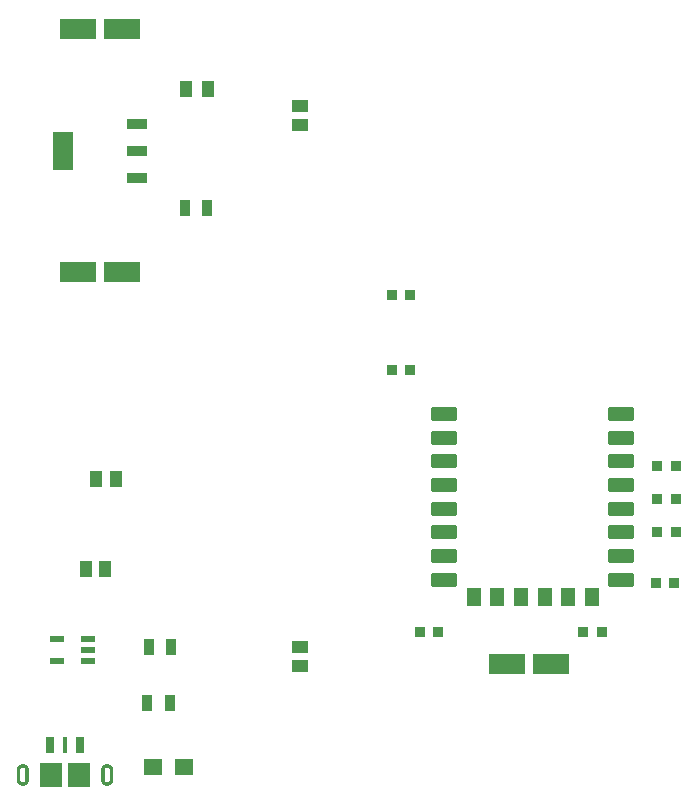
<source format=gtp>
G04*
G04 #@! TF.GenerationSoftware,Altium Limited,Altium Designer,23.4.1 (23)*
G04*
G04 Layer_Color=8421504*
%FSLAX25Y25*%
%MOIN*%
G70*
G04*
G04 #@! TF.SameCoordinates,19E63690-A372-4960-8BF1-84F811DABE0D*
G04*
G04*
G04 #@! TF.FilePolarity,Positive*
G04*
G01*
G75*
%ADD15R,0.12008X0.07087*%
%ADD16R,0.03425X0.03819*%
%ADD17R,0.05787X0.04016*%
%ADD18R,0.05000X0.02200*%
%ADD19R,0.02756X0.05512*%
%ADD20R,0.01575X0.05512*%
%ADD21R,0.07480X0.07874*%
G04:AMPARAMS|DCode=22|XSize=86.61mil|YSize=47.24mil|CornerRadius=4.72mil|HoleSize=0mil|Usage=FLASHONLY|Rotation=0.000|XOffset=0mil|YOffset=0mil|HoleType=Round|Shape=RoundedRectangle|*
%AMROUNDEDRECTD22*
21,1,0.08661,0.03780,0,0,0.0*
21,1,0.07717,0.04724,0,0,0.0*
1,1,0.00945,0.03858,-0.01890*
1,1,0.00945,-0.03858,-0.01890*
1,1,0.00945,-0.03858,0.01890*
1,1,0.00945,0.03858,0.01890*
%
%ADD22ROUNDEDRECTD22*%
G04:AMPARAMS|DCode=23|XSize=62.99mil|YSize=47.24mil|CornerRadius=4.72mil|HoleSize=0mil|Usage=FLASHONLY|Rotation=90.000|XOffset=0mil|YOffset=0mil|HoleType=Round|Shape=RoundedRectangle|*
%AMROUNDEDRECTD23*
21,1,0.06299,0.03780,0,0,90.0*
21,1,0.05354,0.04724,0,0,90.0*
1,1,0.00945,0.01890,0.02677*
1,1,0.00945,0.01890,-0.02677*
1,1,0.00945,-0.01890,-0.02677*
1,1,0.00945,-0.01890,0.02677*
%
%ADD23ROUNDEDRECTD23*%
%ADD24R,0.03898X0.05787*%
%ADD25R,0.03543X0.05709*%
%ADD26R,0.06102X0.05709*%
%ADD27R,0.04134X0.05512*%
%ADD28R,0.06890X0.03740*%
%ADD29R,0.06890X0.12598*%
G36*
X16591Y9598D02*
X16701Y9591D01*
X16807Y9579D01*
X16913Y9559D01*
X17020Y9532D01*
X17122Y9500D01*
X17224Y9465D01*
X17327Y9425D01*
X17421Y9378D01*
X17516Y9327D01*
X17610Y9268D01*
X17701Y9209D01*
X17784Y9142D01*
X17866Y9071D01*
X17945Y8996D01*
X18020Y8917D01*
X18091Y8835D01*
X18158Y8752D01*
X18216Y8661D01*
X18276Y8567D01*
X18327Y8472D01*
X18374Y8378D01*
X18413Y8276D01*
X18449Y8173D01*
X18480Y8071D01*
X18508Y7965D01*
X18528Y7858D01*
X18539Y7752D01*
X18547Y7642D01*
X18551Y7535D01*
Y5961D01*
Y4386D01*
X18547Y4279D01*
X18539Y4169D01*
X18528Y4063D01*
X18508Y3957D01*
X18480Y3850D01*
X18449Y3748D01*
X18413Y3646D01*
X18374Y3543D01*
X18327Y3449D01*
X18276Y3354D01*
X18216Y3260D01*
X18158Y3169D01*
X18091Y3087D01*
X18020Y3004D01*
X17945Y2925D01*
X17866Y2850D01*
X17784Y2780D01*
X17701Y2713D01*
X17610Y2654D01*
X17516Y2595D01*
X17421Y2543D01*
X17327Y2496D01*
X17224Y2457D01*
X17122Y2421D01*
X17020Y2390D01*
X16913Y2362D01*
X16807Y2342D01*
X16701Y2331D01*
X16591Y2323D01*
X16484Y2319D01*
X16378Y2323D01*
X16268Y2331D01*
X16161Y2342D01*
X16055Y2362D01*
X15949Y2390D01*
X15846Y2421D01*
X15744Y2457D01*
X15642Y2496D01*
X15547Y2543D01*
X15453Y2595D01*
X15358Y2654D01*
X15268Y2713D01*
X15185Y2780D01*
X15102Y2850D01*
X15024Y2925D01*
X14949Y3004D01*
X14878Y3087D01*
X14811Y3169D01*
X14752Y3260D01*
X14693Y3350D01*
X14642Y3449D01*
X14594Y3543D01*
X14555Y3646D01*
X14520Y3748D01*
X14488Y3850D01*
X14461Y3957D01*
X14441Y4063D01*
X14429Y4169D01*
X14421Y4279D01*
X14417Y4386D01*
Y5961D01*
Y7535D01*
X14421Y7642D01*
X14429Y7752D01*
X14441Y7858D01*
X14461Y7965D01*
X14488Y8071D01*
X14520Y8173D01*
X14555Y8276D01*
X14594Y8378D01*
X14642Y8472D01*
X14693Y8571D01*
X14752Y8661D01*
X14811Y8752D01*
X14878Y8835D01*
X14949Y8917D01*
X15024Y8996D01*
X15102Y9071D01*
X15185Y9142D01*
X15268Y9209D01*
X15358Y9268D01*
X15453Y9327D01*
X15547Y9378D01*
X15642Y9425D01*
X15744Y9465D01*
X15846Y9500D01*
X15949Y9532D01*
X16055Y9559D01*
X16161Y9579D01*
X16268Y9591D01*
X16378Y9598D01*
X16484Y9602D01*
X16591Y9598D01*
D02*
G37*
G36*
X44740D02*
X44850Y9591D01*
X44957Y9579D01*
X45063Y9559D01*
X45169Y9532D01*
X45272Y9500D01*
X45374Y9465D01*
X45476Y9425D01*
X45571Y9378D01*
X45665Y9327D01*
X45760Y9268D01*
X45850Y9209D01*
X45933Y9142D01*
X46016Y9071D01*
X46095Y8996D01*
X46169Y8917D01*
X46240Y8835D01*
X46307Y8752D01*
X46366Y8661D01*
X46425Y8571D01*
X46476Y8472D01*
X46524Y8378D01*
X46563Y8276D01*
X46598Y8173D01*
X46630Y8071D01*
X46657Y7965D01*
X46677Y7858D01*
X46689Y7752D01*
X46697Y7642D01*
X46701Y7535D01*
Y5961D01*
Y4386D01*
X46697Y4279D01*
X46689Y4169D01*
X46677Y4063D01*
X46657Y3957D01*
X46630Y3850D01*
X46598Y3748D01*
X46563Y3646D01*
X46524Y3543D01*
X46476Y3449D01*
X46425Y3350D01*
X46366Y3260D01*
X46307Y3169D01*
X46240Y3087D01*
X46169Y3004D01*
X46095Y2925D01*
X46016Y2850D01*
X45933Y2780D01*
X45850Y2713D01*
X45760Y2654D01*
X45665Y2595D01*
X45571Y2543D01*
X45476Y2496D01*
X45374Y2457D01*
X45272Y2421D01*
X45169Y2390D01*
X45063Y2362D01*
X44957Y2342D01*
X44850Y2331D01*
X44740Y2323D01*
X44634Y2319D01*
X44528Y2323D01*
X44417Y2331D01*
X44311Y2342D01*
X44205Y2362D01*
X44098Y2390D01*
X43996Y2421D01*
X43894Y2457D01*
X43791Y2496D01*
X43697Y2543D01*
X43602Y2595D01*
X43508Y2654D01*
X43417Y2713D01*
X43335Y2780D01*
X43252Y2850D01*
X43173Y2925D01*
X43098Y3004D01*
X43028Y3087D01*
X42961Y3169D01*
X42902Y3260D01*
X42843Y3354D01*
X42791Y3449D01*
X42744Y3543D01*
X42705Y3646D01*
X42669Y3748D01*
X42638Y3850D01*
X42610Y3957D01*
X42591Y4063D01*
X42579Y4169D01*
X42571Y4279D01*
X42567Y4386D01*
Y5961D01*
Y7535D01*
X42571Y7642D01*
X42579Y7752D01*
X42591Y7858D01*
X42610Y7965D01*
X42638Y8071D01*
X42669Y8173D01*
X42705Y8276D01*
X42744Y8378D01*
X42791Y8472D01*
X42843Y8567D01*
X42902Y8661D01*
X42961Y8752D01*
X43028Y8835D01*
X43098Y8917D01*
X43173Y8996D01*
X43252Y9071D01*
X43335Y9142D01*
X43417Y9209D01*
X43508Y9268D01*
X43602Y9327D01*
X43697Y9378D01*
X43791Y9425D01*
X43894Y9465D01*
X43996Y9500D01*
X44098Y9532D01*
X44205Y9559D01*
X44311Y9579D01*
X44417Y9591D01*
X44528Y9598D01*
X44634Y9602D01*
X44740Y9598D01*
D02*
G37*
%LPC*%
G36*
X16532Y8421D02*
X16437D01*
X16390Y8417D01*
X16346Y8409D01*
X16299Y8402D01*
X16256Y8390D01*
X16209Y8378D01*
X16165Y8362D01*
X16122Y8347D01*
X16083Y8323D01*
X16039Y8303D01*
X16000Y8280D01*
X15965Y8252D01*
X15925Y8224D01*
X15890Y8193D01*
X15858Y8161D01*
X15827Y8130D01*
X15795Y8095D01*
X15768Y8055D01*
X15740Y8020D01*
X15717Y7980D01*
X15697Y7937D01*
X15673Y7898D01*
X15657Y7854D01*
X15642Y7811D01*
X15630Y7764D01*
X15618Y7721D01*
X15610Y7673D01*
X15602Y7630D01*
X15598Y7583D01*
Y7535D01*
Y5961D01*
Y4386D01*
Y4339D01*
X15602Y4291D01*
X15610Y4248D01*
X15618Y4201D01*
X15630Y4157D01*
X15642Y4110D01*
X15657Y4067D01*
X15673Y4024D01*
X15697Y3984D01*
X15717Y3941D01*
X15740Y3902D01*
X15768Y3866D01*
X15795Y3827D01*
X15827Y3791D01*
X15858Y3760D01*
X15890Y3728D01*
X15925Y3697D01*
X15965Y3669D01*
X16000Y3642D01*
X16039Y3618D01*
X16083Y3598D01*
X16122Y3575D01*
X16165Y3559D01*
X16209Y3543D01*
X16256Y3531D01*
X16299Y3520D01*
X16346Y3512D01*
X16390Y3504D01*
X16437Y3500D01*
X16532D01*
X16579Y3504D01*
X16622Y3512D01*
X16669Y3520D01*
X16713Y3531D01*
X16760Y3543D01*
X16803Y3559D01*
X16847Y3575D01*
X16886Y3598D01*
X16925Y3618D01*
X16969Y3642D01*
X17004Y3669D01*
X17043Y3697D01*
X17079Y3728D01*
X17110Y3760D01*
X17142Y3791D01*
X17173Y3827D01*
X17201Y3866D01*
X17228Y3902D01*
X17252Y3945D01*
X17272Y3984D01*
X17295Y4024D01*
X17311Y4067D01*
X17327Y4110D01*
X17339Y4157D01*
X17350Y4201D01*
X17358Y4248D01*
X17366Y4291D01*
X17370Y4339D01*
Y4386D01*
Y5961D01*
Y7535D01*
Y7583D01*
X17366Y7630D01*
X17358Y7673D01*
X17350Y7721D01*
X17339Y7764D01*
X17327Y7811D01*
X17311Y7854D01*
X17295Y7898D01*
X17272Y7937D01*
X17252Y7976D01*
X17228Y8020D01*
X17201Y8055D01*
X17173Y8095D01*
X17142Y8130D01*
X17110Y8161D01*
X17079Y8193D01*
X17043Y8224D01*
X17004Y8252D01*
X16969Y8280D01*
X16925Y8303D01*
X16886Y8323D01*
X16847Y8347D01*
X16803Y8362D01*
X16760Y8378D01*
X16713Y8390D01*
X16669Y8402D01*
X16622Y8409D01*
X16579Y8417D01*
X16532Y8421D01*
D02*
G37*
G36*
X44681D02*
X44587D01*
X44539Y8417D01*
X44496Y8409D01*
X44449Y8402D01*
X44405Y8390D01*
X44358Y8378D01*
X44315Y8362D01*
X44272Y8347D01*
X44232Y8323D01*
X44193Y8303D01*
X44150Y8280D01*
X44114Y8252D01*
X44075Y8224D01*
X44039Y8193D01*
X44008Y8161D01*
X43976Y8130D01*
X43945Y8095D01*
X43917Y8055D01*
X43890Y8020D01*
X43866Y7976D01*
X43846Y7937D01*
X43823Y7898D01*
X43807Y7854D01*
X43791Y7811D01*
X43780Y7764D01*
X43768Y7721D01*
X43760Y7673D01*
X43752Y7630D01*
X43748Y7583D01*
Y7535D01*
Y5961D01*
Y4386D01*
Y4339D01*
X43752Y4291D01*
X43760Y4248D01*
X43768Y4201D01*
X43780Y4157D01*
X43791Y4110D01*
X43807Y4067D01*
X43823Y4024D01*
X43846Y3984D01*
X43866Y3945D01*
X43890Y3902D01*
X43917Y3866D01*
X43945Y3827D01*
X43976Y3791D01*
X44008Y3760D01*
X44039Y3728D01*
X44075Y3697D01*
X44114Y3669D01*
X44150Y3642D01*
X44193Y3618D01*
X44232Y3598D01*
X44272Y3575D01*
X44315Y3559D01*
X44358Y3543D01*
X44405Y3531D01*
X44449Y3520D01*
X44496Y3512D01*
X44539Y3504D01*
X44587Y3500D01*
X44681D01*
X44728Y3504D01*
X44772Y3512D01*
X44819Y3520D01*
X44862Y3531D01*
X44909Y3543D01*
X44953Y3559D01*
X44996Y3575D01*
X45035Y3598D01*
X45079Y3618D01*
X45118Y3642D01*
X45154Y3669D01*
X45193Y3697D01*
X45228Y3728D01*
X45260Y3760D01*
X45291Y3791D01*
X45323Y3827D01*
X45350Y3866D01*
X45378Y3902D01*
X45402Y3941D01*
X45421Y3984D01*
X45445Y4024D01*
X45461Y4067D01*
X45476Y4110D01*
X45488Y4157D01*
X45500Y4201D01*
X45508Y4248D01*
X45516Y4291D01*
X45520Y4339D01*
Y4386D01*
Y5961D01*
Y7535D01*
Y7583D01*
X45516Y7630D01*
X45508Y7673D01*
X45500Y7721D01*
X45488Y7764D01*
X45476Y7811D01*
X45461Y7854D01*
X45445Y7898D01*
X45421Y7937D01*
X45402Y7980D01*
X45378Y8020D01*
X45350Y8055D01*
X45323Y8095D01*
X45291Y8130D01*
X45260Y8161D01*
X45228Y8193D01*
X45193Y8224D01*
X45154Y8252D01*
X45118Y8280D01*
X45079Y8303D01*
X45035Y8323D01*
X44996Y8347D01*
X44953Y8362D01*
X44909Y8378D01*
X44862Y8390D01*
X44819Y8402D01*
X44772Y8409D01*
X44728Y8417D01*
X44681Y8421D01*
D02*
G37*
%LPD*%
D15*
X192500Y43000D02*
D03*
X177933D02*
D03*
X49555Y173500D02*
D03*
X34988D02*
D03*
X49555Y254500D02*
D03*
X34988D02*
D03*
D16*
X155000Y53500D02*
D03*
X148858D02*
D03*
X209500D02*
D03*
X203358D02*
D03*
X227429Y70000D02*
D03*
X233571D02*
D03*
X234071Y98000D02*
D03*
X227929D02*
D03*
X234071Y87000D02*
D03*
X227929D02*
D03*
Y109000D02*
D03*
X234071D02*
D03*
X145571Y166000D02*
D03*
X139429D02*
D03*
X145571Y141000D02*
D03*
X139429D02*
D03*
D17*
X109000Y229000D02*
D03*
Y222701D02*
D03*
Y42201D02*
D03*
Y48500D02*
D03*
D18*
X27900Y43800D02*
D03*
Y51200D02*
D03*
X38100D02*
D03*
Y47500D02*
D03*
Y43800D02*
D03*
D19*
X25441Y16000D02*
D03*
X35677D02*
D03*
D20*
X30559D02*
D03*
D21*
X25835Y5961D02*
D03*
X35283D02*
D03*
D22*
X156972Y126217D02*
D03*
Y118343D02*
D03*
Y110469D02*
D03*
Y102594D02*
D03*
Y94720D02*
D03*
Y86846D02*
D03*
Y78972D02*
D03*
X216028Y71098D02*
D03*
Y86846D02*
D03*
Y94720D02*
D03*
Y102594D02*
D03*
Y110469D02*
D03*
Y118343D02*
D03*
Y126217D02*
D03*
X156972Y71098D02*
D03*
X216028Y78972D02*
D03*
D23*
X206185Y65193D02*
D03*
X182563D02*
D03*
X166815D02*
D03*
X198311D02*
D03*
X190437D02*
D03*
X174689D02*
D03*
D24*
X43957Y74500D02*
D03*
X37500D02*
D03*
X41043Y104500D02*
D03*
X47500D02*
D03*
D25*
X58020Y30000D02*
D03*
X65500D02*
D03*
X66000Y48500D02*
D03*
X58520D02*
D03*
X78000Y195000D02*
D03*
X70520D02*
D03*
D26*
X70118Y8500D02*
D03*
X59882D02*
D03*
D27*
X78295Y234500D02*
D03*
X70815D02*
D03*
D28*
X54673Y204945D02*
D03*
Y214000D02*
D03*
Y223055D02*
D03*
D29*
X29870Y214000D02*
D03*
M02*

</source>
